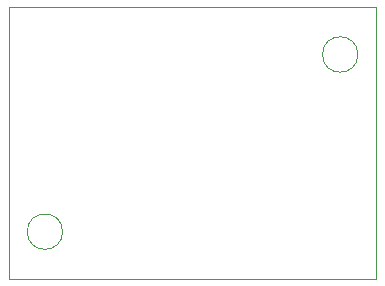
<source format=gm1>
G04 #@! TF.GenerationSoftware,KiCad,Pcbnew,(6.0.0)*
G04 #@! TF.CreationDate,2022-01-28T16:52:25+09:00*
G04 #@! TF.ProjectId,power_module_new_clube_member,706f7765-725f-46d6-9f64-756c655f6e65,rev?*
G04 #@! TF.SameCoordinates,Original*
G04 #@! TF.FileFunction,Profile,NP*
%FSLAX46Y46*%
G04 Gerber Fmt 4.6, Leading zero omitted, Abs format (unit mm)*
G04 Created by KiCad (PCBNEW (6.0.0)) date 2022-01-28 16:52:25*
%MOMM*%
%LPD*%
G01*
G04 APERTURE LIST*
G04 #@! TA.AperFunction,Profile*
%ADD10C,0.050000*%
G04 #@! TD*
G04 APERTURE END LIST*
D10*
X96000000Y-68500000D02*
X96000000Y-69500000D01*
X127000000Y-68500000D02*
X96000000Y-68500000D01*
X127000000Y-69500000D02*
X127000000Y-68500000D01*
X96000000Y-69500000D02*
X96000000Y-91500000D01*
X127000000Y-91500000D02*
X127000000Y-69500000D01*
X96000000Y-91500000D02*
X127000000Y-91500000D01*
X125500000Y-72500000D02*
G75*
G03*
X125500000Y-72500000I-1500000J0D01*
G01*
X100500000Y-87500000D02*
G75*
G03*
X100500000Y-87500000I-1500000J0D01*
G01*
M02*

</source>
